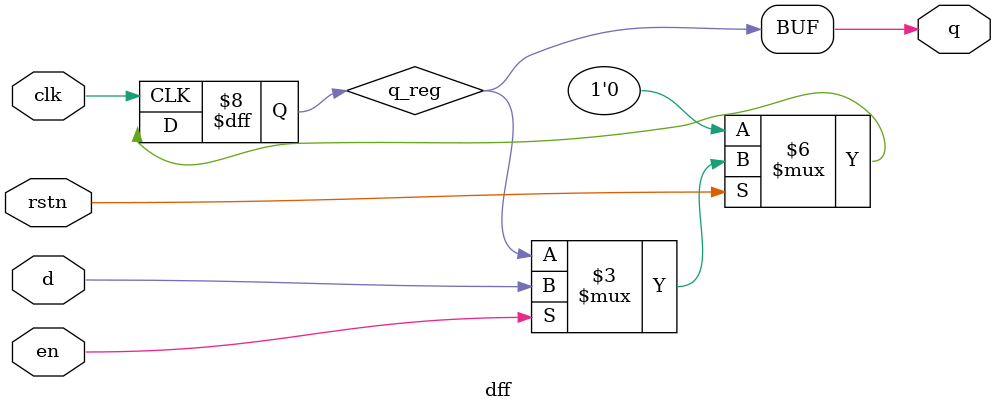
<source format=v>
`include "default.v"

module dff
#(
  parameter DW = 1,
  parameter RST_VALUE = {DW{1'b0}}
) (
  input   wire              clk     ,
  input   wire              rstn    ,
  input   wire              en      ,
  input   wire    [DW-1:0]  d       ,
  output  wire    [DW-1:0]  q   
);

reg  [DW-1:0]  q_reg ;
always@(posedge clk) begin
  if(!rstn)
    q_reg <= RST_VALUE;
  else if (en)
    q_reg <= d ;
end

assign q = q_reg ;

endmodule


</source>
